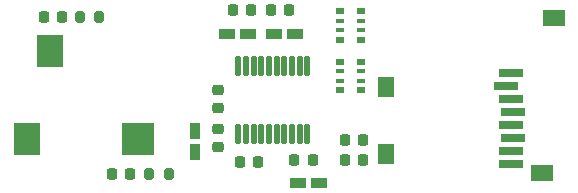
<source format=gtp>
G04 #@! TF.GenerationSoftware,KiCad,Pcbnew,7.0.1*
G04 #@! TF.CreationDate,2023-08-17T16:00:53-05:00*
G04 #@! TF.ProjectId,MiniWAV,4d696e69-5741-4562-9e6b-696361645f70,A*
G04 #@! TF.SameCoordinates,Original*
G04 #@! TF.FileFunction,Paste,Top*
G04 #@! TF.FilePolarity,Positive*
%FSLAX46Y46*%
G04 Gerber Fmt 4.6, Leading zero omitted, Abs format (unit mm)*
G04 Created by KiCad (PCBNEW 7.0.1) date 2023-08-17 16:00:53*
%MOMM*%
%LPD*%
G01*
G04 APERTURE LIST*
G04 Aperture macros list*
%AMRoundRect*
0 Rectangle with rounded corners*
0 $1 Rounding radius*
0 $2 $3 $4 $5 $6 $7 $8 $9 X,Y pos of 4 corners*
0 Add a 4 corners polygon primitive as box body*
4,1,4,$2,$3,$4,$5,$6,$7,$8,$9,$2,$3,0*
0 Add four circle primitives for the rounded corners*
1,1,$1+$1,$2,$3*
1,1,$1+$1,$4,$5*
1,1,$1+$1,$6,$7*
1,1,$1+$1,$8,$9*
0 Add four rect primitives between the rounded corners*
20,1,$1+$1,$2,$3,$4,$5,0*
20,1,$1+$1,$4,$5,$6,$7,0*
20,1,$1+$1,$6,$7,$8,$9,0*
20,1,$1+$1,$8,$9,$2,$3,0*%
G04 Aperture macros list end*
%ADD10RoundRect,0.225000X0.225000X0.250000X-0.225000X0.250000X-0.225000X-0.250000X0.225000X-0.250000X0*%
%ADD11RoundRect,0.225000X-0.250000X0.225000X-0.250000X-0.225000X0.250000X-0.225000X0.250000X0.225000X0*%
%ADD12R,1.450000X0.950000*%
%ADD13RoundRect,0.020500X0.184500X-0.764500X0.184500X0.764500X-0.184500X0.764500X-0.184500X-0.764500X0*%
%ADD14RoundRect,0.200000X0.200000X0.275000X-0.200000X0.275000X-0.200000X-0.275000X0.200000X-0.275000X0*%
%ADD15R,2.000000X0.800000*%
%ADD16R,1.400000X1.800000*%
%ADD17R,1.900000X1.400000*%
%ADD18RoundRect,0.225000X0.250000X-0.225000X0.250000X0.225000X-0.250000X0.225000X-0.250000X-0.225000X0*%
%ADD19R,0.950000X1.450000*%
%ADD20R,2.200000X2.800000*%
%ADD21R,2.800000X2.800000*%
%ADD22R,0.800000X0.500000*%
%ADD23R,0.800000X0.400000*%
G04 APERTURE END LIST*
D10*
X153075000Y-103805000D03*
X151525000Y-103805000D03*
X153075000Y-102105000D03*
X151525000Y-102105000D03*
D11*
X140825000Y-97860000D03*
X140825000Y-99410000D03*
D12*
X147325000Y-93105000D03*
X145525000Y-93105000D03*
D13*
X142500000Y-101605000D03*
X143150000Y-101605000D03*
X143800000Y-101605000D03*
X144450000Y-101605000D03*
X145100000Y-101605000D03*
X145750000Y-101605000D03*
X146400000Y-101605000D03*
X147050000Y-101605000D03*
X147700000Y-101605000D03*
X148350000Y-101605000D03*
X148350000Y-95865000D03*
X147700000Y-95865000D03*
X147050000Y-95865000D03*
X146400000Y-95865000D03*
X145750000Y-95865000D03*
X145100000Y-95865000D03*
X144450000Y-95865000D03*
X143800000Y-95865000D03*
X143150000Y-95865000D03*
X142500000Y-95865000D03*
D14*
X130725000Y-91705000D03*
X129075000Y-91705000D03*
D15*
X165600000Y-96405000D03*
X165200000Y-97505000D03*
X165600000Y-98605000D03*
X165800000Y-99705000D03*
X165600000Y-100805000D03*
X165800000Y-101905000D03*
X165600000Y-103005000D03*
X165600000Y-104105000D03*
D16*
X155050000Y-103295000D03*
X155050000Y-97595000D03*
D17*
X168200000Y-104895000D03*
X169200000Y-91745000D03*
D10*
X144175000Y-104005000D03*
X142625000Y-104005000D03*
X143600000Y-91105000D03*
X142050000Y-91105000D03*
D18*
X140825000Y-102710000D03*
X140825000Y-101160000D03*
D10*
X146800000Y-91105000D03*
X145250000Y-91105000D03*
D19*
X138825000Y-101335000D03*
X138825000Y-103135000D03*
D20*
X126600000Y-94605000D03*
X124600000Y-102005000D03*
D21*
X134000000Y-102005000D03*
D10*
X133375000Y-105005000D03*
X131825000Y-105005000D03*
X127575000Y-91705000D03*
X126025000Y-91705000D03*
D12*
X147525000Y-105735000D03*
X149325000Y-105735000D03*
X141525000Y-93105000D03*
X143325000Y-93105000D03*
D14*
X136600000Y-105005000D03*
X134950000Y-105005000D03*
D22*
X151100000Y-95505000D03*
D23*
X151100000Y-96305000D03*
X151100000Y-97105000D03*
D22*
X151100000Y-97905000D03*
X152900000Y-97905000D03*
D23*
X152900000Y-97105000D03*
X152900000Y-96305000D03*
D22*
X152900000Y-95505000D03*
D10*
X148800000Y-103835000D03*
X147250000Y-103835000D03*
D22*
X151100000Y-91205000D03*
D23*
X151100000Y-92005000D03*
X151100000Y-92805000D03*
D22*
X151100000Y-93605000D03*
X152900000Y-93605000D03*
D23*
X152900000Y-92805000D03*
X152900000Y-92005000D03*
D22*
X152900000Y-91205000D03*
M02*

</source>
